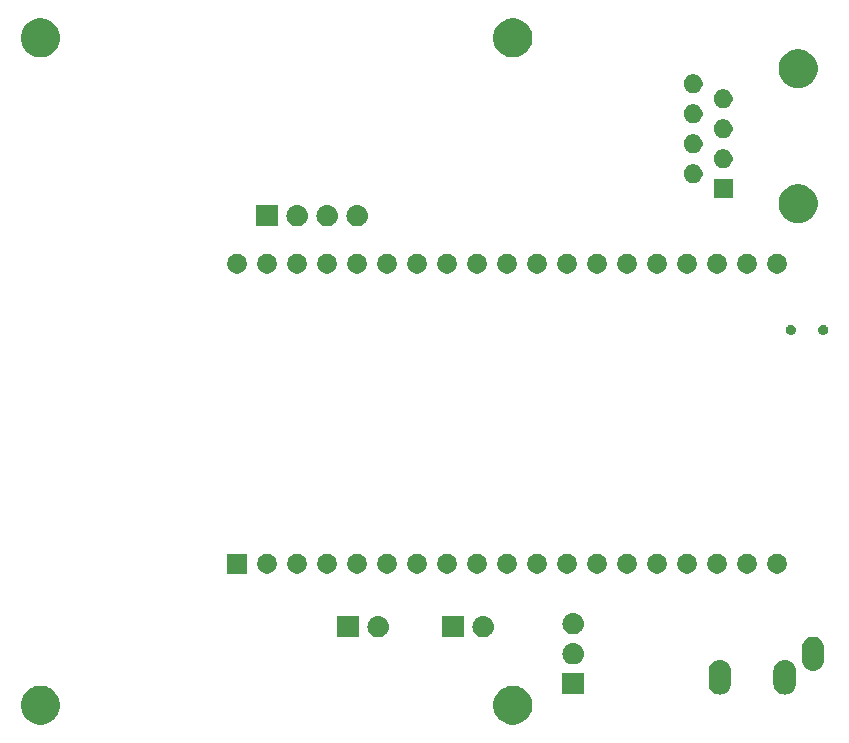
<source format=gbs>
G04 #@! TF.GenerationSoftware,KiCad,Pcbnew,5.1.2+dfsg1-1*
G04 #@! TF.CreationDate,2019-08-13T22:45:40+02:00*
G04 #@! TF.ProjectId,bt-trx-dev-board,62742d74-7278-42d6-9465-762d626f6172,2.0*
G04 #@! TF.SameCoordinates,Original*
G04 #@! TF.FileFunction,Soldermask,Bot*
G04 #@! TF.FilePolarity,Negative*
%FSLAX46Y46*%
G04 Gerber Fmt 4.6, Leading zero omitted, Abs format (unit mm)*
G04 Created by KiCad (PCBNEW 5.1.2+dfsg1-1) date 2019-08-13 22:45:40*
%MOMM*%
%LPD*%
G04 APERTURE LIST*
%ADD10C,0.100000*%
G04 APERTURE END LIST*
D10*
G36*
X171800256Y-125941298D02*
G01*
X171906579Y-125962447D01*
X172119037Y-126050450D01*
X172131695Y-126055693D01*
X172207042Y-126086903D01*
X172477451Y-126267585D01*
X172707415Y-126497549D01*
X172888097Y-126767958D01*
X173012553Y-127068421D01*
X173076000Y-127387391D01*
X173076000Y-127712609D01*
X173012553Y-128031579D01*
X172888097Y-128332042D01*
X172707415Y-128602451D01*
X172477451Y-128832415D01*
X172207042Y-129013097D01*
X171906579Y-129137553D01*
X171800256Y-129158702D01*
X171587611Y-129201000D01*
X171262389Y-129201000D01*
X171049744Y-129158702D01*
X170943421Y-129137553D01*
X170642958Y-129013097D01*
X170372549Y-128832415D01*
X170142585Y-128602451D01*
X169961903Y-128332042D01*
X169837447Y-128031579D01*
X169774000Y-127712609D01*
X169774000Y-127387391D01*
X169837447Y-127068421D01*
X169961903Y-126767958D01*
X170142585Y-126497549D01*
X170372549Y-126267585D01*
X170642958Y-126086903D01*
X170718306Y-126055693D01*
X170730963Y-126050450D01*
X170943421Y-125962447D01*
X171049744Y-125941298D01*
X171262389Y-125899000D01*
X171587611Y-125899000D01*
X171800256Y-125941298D01*
X171800256Y-125941298D01*
G37*
G36*
X131800256Y-125941298D02*
G01*
X131906579Y-125962447D01*
X132119037Y-126050450D01*
X132131695Y-126055693D01*
X132207042Y-126086903D01*
X132477451Y-126267585D01*
X132707415Y-126497549D01*
X132888097Y-126767958D01*
X133012553Y-127068421D01*
X133076000Y-127387391D01*
X133076000Y-127712609D01*
X133012553Y-128031579D01*
X132888097Y-128332042D01*
X132707415Y-128602451D01*
X132477451Y-128832415D01*
X132207042Y-129013097D01*
X131906579Y-129137553D01*
X131800256Y-129158702D01*
X131587611Y-129201000D01*
X131262389Y-129201000D01*
X131049744Y-129158702D01*
X130943421Y-129137553D01*
X130642958Y-129013097D01*
X130372549Y-128832415D01*
X130142585Y-128602451D01*
X129961903Y-128332042D01*
X129837447Y-128031579D01*
X129774000Y-127712609D01*
X129774000Y-127387391D01*
X129837447Y-127068421D01*
X129961903Y-126767958D01*
X130142585Y-126497549D01*
X130372549Y-126267585D01*
X130642958Y-126086903D01*
X130718306Y-126055693D01*
X130730963Y-126050450D01*
X130943421Y-125962447D01*
X131049744Y-125941298D01*
X131262389Y-125899000D01*
X131587611Y-125899000D01*
X131800256Y-125941298D01*
X131800256Y-125941298D01*
G37*
G36*
X189136425Y-123752760D02*
G01*
X189136428Y-123752761D01*
X189136429Y-123752761D01*
X189315693Y-123807140D01*
X189315696Y-123807142D01*
X189315697Y-123807142D01*
X189480903Y-123895446D01*
X189625712Y-124014288D01*
X189744554Y-124159097D01*
X189832858Y-124324303D01*
X189832860Y-124324307D01*
X189887239Y-124503571D01*
X189887240Y-124503575D01*
X189901000Y-124643282D01*
X189901000Y-125736718D01*
X189887240Y-125876425D01*
X189887239Y-125876428D01*
X189887239Y-125876429D01*
X189832860Y-126055693D01*
X189832858Y-126055696D01*
X189832858Y-126055697D01*
X189744554Y-126220903D01*
X189625712Y-126365712D01*
X189480903Y-126484554D01*
X189315696Y-126572858D01*
X189315692Y-126572860D01*
X189136428Y-126627239D01*
X189136427Y-126627239D01*
X189136424Y-126627240D01*
X188950000Y-126645601D01*
X188763575Y-126627240D01*
X188763572Y-126627239D01*
X188763571Y-126627239D01*
X188584307Y-126572860D01*
X188584303Y-126572858D01*
X188419097Y-126484554D01*
X188274288Y-126365712D01*
X188155446Y-126220903D01*
X188067142Y-126055696D01*
X188067141Y-126055693D01*
X188067140Y-126055692D01*
X188012761Y-125876428D01*
X188012761Y-125876427D01*
X188012760Y-125876424D01*
X187999000Y-125736717D01*
X187999000Y-124643282D01*
X188012760Y-124503570D01*
X188067140Y-124324308D01*
X188155447Y-124159097D01*
X188274289Y-124014288D01*
X188419098Y-123895446D01*
X188584304Y-123807142D01*
X188584305Y-123807142D01*
X188584308Y-123807140D01*
X188763572Y-123752761D01*
X188763573Y-123752761D01*
X188763576Y-123752760D01*
X188950000Y-123734399D01*
X189136425Y-123752760D01*
X189136425Y-123752760D01*
G37*
G36*
X194636425Y-123752760D02*
G01*
X194636428Y-123752761D01*
X194636429Y-123752761D01*
X194815693Y-123807140D01*
X194815696Y-123807142D01*
X194815697Y-123807142D01*
X194980903Y-123895446D01*
X195125712Y-124014288D01*
X195244554Y-124159097D01*
X195332858Y-124324303D01*
X195332860Y-124324307D01*
X195387239Y-124503571D01*
X195387240Y-124503575D01*
X195401000Y-124643282D01*
X195401000Y-125736718D01*
X195387240Y-125876425D01*
X195387239Y-125876428D01*
X195387239Y-125876429D01*
X195332860Y-126055693D01*
X195332858Y-126055696D01*
X195332858Y-126055697D01*
X195244554Y-126220903D01*
X195125712Y-126365712D01*
X194980903Y-126484554D01*
X194815696Y-126572858D01*
X194815692Y-126572860D01*
X194636428Y-126627239D01*
X194636427Y-126627239D01*
X194636424Y-126627240D01*
X194450000Y-126645601D01*
X194263575Y-126627240D01*
X194263572Y-126627239D01*
X194263571Y-126627239D01*
X194084307Y-126572860D01*
X194084303Y-126572858D01*
X193919097Y-126484554D01*
X193774288Y-126365712D01*
X193655446Y-126220903D01*
X193567142Y-126055696D01*
X193567141Y-126055693D01*
X193567140Y-126055692D01*
X193512761Y-125876428D01*
X193512761Y-125876427D01*
X193512760Y-125876424D01*
X193499000Y-125736717D01*
X193499000Y-124643282D01*
X193512760Y-124503570D01*
X193567140Y-124324308D01*
X193655447Y-124159097D01*
X193774289Y-124014288D01*
X193919098Y-123895446D01*
X194084304Y-123807142D01*
X194084305Y-123807142D01*
X194084308Y-123807140D01*
X194263572Y-123752761D01*
X194263573Y-123752761D01*
X194263576Y-123752760D01*
X194450000Y-123734399D01*
X194636425Y-123752760D01*
X194636425Y-123752760D01*
G37*
G36*
X177431000Y-126631000D02*
G01*
X175629000Y-126631000D01*
X175629000Y-124829000D01*
X177431000Y-124829000D01*
X177431000Y-126631000D01*
X177431000Y-126631000D01*
G37*
G36*
X197036425Y-121752760D02*
G01*
X197036428Y-121752761D01*
X197036429Y-121752761D01*
X197215693Y-121807140D01*
X197215696Y-121807142D01*
X197215697Y-121807142D01*
X197380903Y-121895446D01*
X197525712Y-122014288D01*
X197644554Y-122159097D01*
X197732858Y-122324303D01*
X197732860Y-122324307D01*
X197787239Y-122503571D01*
X197787240Y-122503575D01*
X197801000Y-122643282D01*
X197801000Y-123736718D01*
X197787240Y-123876425D01*
X197787239Y-123876428D01*
X197787239Y-123876429D01*
X197732860Y-124055693D01*
X197732858Y-124055696D01*
X197732858Y-124055697D01*
X197644554Y-124220903D01*
X197525712Y-124365712D01*
X197380903Y-124484554D01*
X197215696Y-124572858D01*
X197215692Y-124572860D01*
X197036428Y-124627239D01*
X197036427Y-124627239D01*
X197036424Y-124627240D01*
X196850000Y-124645601D01*
X196663575Y-124627240D01*
X196663572Y-124627239D01*
X196663571Y-124627239D01*
X196484307Y-124572860D01*
X196484303Y-124572858D01*
X196319097Y-124484554D01*
X196174288Y-124365712D01*
X196055446Y-124220903D01*
X195967142Y-124055696D01*
X195967141Y-124055693D01*
X195967140Y-124055692D01*
X195912761Y-123876428D01*
X195912761Y-123876427D01*
X195912760Y-123876424D01*
X195899000Y-123736717D01*
X195899000Y-122643282D01*
X195912760Y-122503570D01*
X195967140Y-122324308D01*
X196055447Y-122159097D01*
X196174289Y-122014288D01*
X196319098Y-121895446D01*
X196484304Y-121807142D01*
X196484305Y-121807142D01*
X196484308Y-121807140D01*
X196663572Y-121752761D01*
X196663573Y-121752761D01*
X196663576Y-121752760D01*
X196850000Y-121734399D01*
X197036425Y-121752760D01*
X197036425Y-121752760D01*
G37*
G36*
X176640443Y-122295519D02*
G01*
X176706627Y-122302037D01*
X176876466Y-122353557D01*
X177032991Y-122437222D01*
X177068729Y-122466552D01*
X177170186Y-122549814D01*
X177246892Y-122643282D01*
X177282778Y-122687009D01*
X177366443Y-122843534D01*
X177417963Y-123013373D01*
X177435359Y-123190000D01*
X177417963Y-123366627D01*
X177366443Y-123536466D01*
X177282778Y-123692991D01*
X177253448Y-123728729D01*
X177170186Y-123830186D01*
X177090665Y-123895446D01*
X177032991Y-123942778D01*
X176876466Y-124026443D01*
X176706627Y-124077963D01*
X176640442Y-124084482D01*
X176574260Y-124091000D01*
X176485740Y-124091000D01*
X176419558Y-124084482D01*
X176353373Y-124077963D01*
X176183534Y-124026443D01*
X176027009Y-123942778D01*
X175969335Y-123895446D01*
X175889814Y-123830186D01*
X175806552Y-123728729D01*
X175777222Y-123692991D01*
X175693557Y-123536466D01*
X175642037Y-123366627D01*
X175624641Y-123190000D01*
X175642037Y-123013373D01*
X175693557Y-122843534D01*
X175777222Y-122687009D01*
X175813108Y-122643282D01*
X175889814Y-122549814D01*
X175991271Y-122466552D01*
X176027009Y-122437222D01*
X176183534Y-122353557D01*
X176353373Y-122302037D01*
X176419557Y-122295519D01*
X176485740Y-122289000D01*
X176574260Y-122289000D01*
X176640443Y-122295519D01*
X176640443Y-122295519D01*
G37*
G36*
X169020443Y-120009519D02*
G01*
X169086627Y-120016037D01*
X169256466Y-120067557D01*
X169412991Y-120151222D01*
X169448729Y-120180552D01*
X169550186Y-120263814D01*
X169633448Y-120365271D01*
X169662778Y-120401009D01*
X169746443Y-120557534D01*
X169797963Y-120727373D01*
X169815359Y-120904000D01*
X169797963Y-121080627D01*
X169746443Y-121250466D01*
X169662778Y-121406991D01*
X169633448Y-121442729D01*
X169550186Y-121544186D01*
X169448729Y-121627448D01*
X169412991Y-121656778D01*
X169412989Y-121656779D01*
X169267774Y-121734399D01*
X169256466Y-121740443D01*
X169086627Y-121791963D01*
X169020442Y-121798482D01*
X168954260Y-121805000D01*
X168865740Y-121805000D01*
X168799558Y-121798482D01*
X168733373Y-121791963D01*
X168563534Y-121740443D01*
X168552227Y-121734399D01*
X168407011Y-121656779D01*
X168407009Y-121656778D01*
X168371271Y-121627448D01*
X168269814Y-121544186D01*
X168186552Y-121442729D01*
X168157222Y-121406991D01*
X168073557Y-121250466D01*
X168022037Y-121080627D01*
X168004641Y-120904000D01*
X168022037Y-120727373D01*
X168073557Y-120557534D01*
X168157222Y-120401009D01*
X168186552Y-120365271D01*
X168269814Y-120263814D01*
X168371271Y-120180552D01*
X168407009Y-120151222D01*
X168563534Y-120067557D01*
X168733373Y-120016037D01*
X168799557Y-120009519D01*
X168865740Y-120003000D01*
X168954260Y-120003000D01*
X169020443Y-120009519D01*
X169020443Y-120009519D01*
G37*
G36*
X167271000Y-121805000D02*
G01*
X165469000Y-121805000D01*
X165469000Y-120003000D01*
X167271000Y-120003000D01*
X167271000Y-121805000D01*
X167271000Y-121805000D01*
G37*
G36*
X160130443Y-120009519D02*
G01*
X160196627Y-120016037D01*
X160366466Y-120067557D01*
X160522991Y-120151222D01*
X160558729Y-120180552D01*
X160660186Y-120263814D01*
X160743448Y-120365271D01*
X160772778Y-120401009D01*
X160856443Y-120557534D01*
X160907963Y-120727373D01*
X160925359Y-120904000D01*
X160907963Y-121080627D01*
X160856443Y-121250466D01*
X160772778Y-121406991D01*
X160743448Y-121442729D01*
X160660186Y-121544186D01*
X160558729Y-121627448D01*
X160522991Y-121656778D01*
X160522989Y-121656779D01*
X160377774Y-121734399D01*
X160366466Y-121740443D01*
X160196627Y-121791963D01*
X160130442Y-121798482D01*
X160064260Y-121805000D01*
X159975740Y-121805000D01*
X159909558Y-121798482D01*
X159843373Y-121791963D01*
X159673534Y-121740443D01*
X159662227Y-121734399D01*
X159517011Y-121656779D01*
X159517009Y-121656778D01*
X159481271Y-121627448D01*
X159379814Y-121544186D01*
X159296552Y-121442729D01*
X159267222Y-121406991D01*
X159183557Y-121250466D01*
X159132037Y-121080627D01*
X159114641Y-120904000D01*
X159132037Y-120727373D01*
X159183557Y-120557534D01*
X159267222Y-120401009D01*
X159296552Y-120365271D01*
X159379814Y-120263814D01*
X159481271Y-120180552D01*
X159517009Y-120151222D01*
X159673534Y-120067557D01*
X159843373Y-120016037D01*
X159909557Y-120009519D01*
X159975740Y-120003000D01*
X160064260Y-120003000D01*
X160130443Y-120009519D01*
X160130443Y-120009519D01*
G37*
G36*
X158381000Y-121805000D02*
G01*
X156579000Y-121805000D01*
X156579000Y-120003000D01*
X158381000Y-120003000D01*
X158381000Y-121805000D01*
X158381000Y-121805000D01*
G37*
G36*
X176640442Y-119755518D02*
G01*
X176706627Y-119762037D01*
X176876466Y-119813557D01*
X177032991Y-119897222D01*
X177068729Y-119926552D01*
X177170186Y-120009814D01*
X177253448Y-120111271D01*
X177282778Y-120147009D01*
X177366443Y-120303534D01*
X177417963Y-120473373D01*
X177435359Y-120650000D01*
X177417963Y-120826627D01*
X177366443Y-120996466D01*
X177282778Y-121152991D01*
X177253448Y-121188729D01*
X177170186Y-121290186D01*
X177068729Y-121373448D01*
X177032991Y-121402778D01*
X176876466Y-121486443D01*
X176706627Y-121537963D01*
X176643453Y-121544185D01*
X176574260Y-121551000D01*
X176485740Y-121551000D01*
X176416547Y-121544185D01*
X176353373Y-121537963D01*
X176183534Y-121486443D01*
X176027009Y-121402778D01*
X175991271Y-121373448D01*
X175889814Y-121290186D01*
X175806552Y-121188729D01*
X175777222Y-121152991D01*
X175693557Y-120996466D01*
X175642037Y-120826627D01*
X175624641Y-120650000D01*
X175642037Y-120473373D01*
X175693557Y-120303534D01*
X175777222Y-120147009D01*
X175806552Y-120111271D01*
X175889814Y-120009814D01*
X175991271Y-119926552D01*
X176027009Y-119897222D01*
X176183534Y-119813557D01*
X176353373Y-119762037D01*
X176419558Y-119755518D01*
X176485740Y-119749000D01*
X176574260Y-119749000D01*
X176640442Y-119755518D01*
X176640442Y-119755518D01*
G37*
G36*
X181344394Y-114770934D02*
G01*
X181495624Y-114833576D01*
X181495626Y-114833577D01*
X181631732Y-114924520D01*
X181747480Y-115040268D01*
X181838423Y-115176374D01*
X181838424Y-115176376D01*
X181901066Y-115327606D01*
X181933000Y-115488152D01*
X181933000Y-115651848D01*
X181901066Y-115812394D01*
X181838424Y-115963624D01*
X181838423Y-115963626D01*
X181747480Y-116099732D01*
X181631732Y-116215480D01*
X181495626Y-116306423D01*
X181495625Y-116306424D01*
X181495624Y-116306424D01*
X181344394Y-116369066D01*
X181183848Y-116401000D01*
X181020152Y-116401000D01*
X180859606Y-116369066D01*
X180708376Y-116306424D01*
X180708375Y-116306424D01*
X180708374Y-116306423D01*
X180572268Y-116215480D01*
X180456520Y-116099732D01*
X180365577Y-115963626D01*
X180365576Y-115963624D01*
X180302934Y-115812394D01*
X180271000Y-115651848D01*
X180271000Y-115488152D01*
X180302934Y-115327606D01*
X180365576Y-115176376D01*
X180365577Y-115176374D01*
X180456520Y-115040268D01*
X180572268Y-114924520D01*
X180708374Y-114833577D01*
X180708376Y-114833576D01*
X180859606Y-114770934D01*
X181020152Y-114739000D01*
X181183848Y-114739000D01*
X181344394Y-114770934D01*
X181344394Y-114770934D01*
G37*
G36*
X158484394Y-114770934D02*
G01*
X158635624Y-114833576D01*
X158635626Y-114833577D01*
X158771732Y-114924520D01*
X158887480Y-115040268D01*
X158978423Y-115176374D01*
X158978424Y-115176376D01*
X159041066Y-115327606D01*
X159073000Y-115488152D01*
X159073000Y-115651848D01*
X159041066Y-115812394D01*
X158978424Y-115963624D01*
X158978423Y-115963626D01*
X158887480Y-116099732D01*
X158771732Y-116215480D01*
X158635626Y-116306423D01*
X158635625Y-116306424D01*
X158635624Y-116306424D01*
X158484394Y-116369066D01*
X158323848Y-116401000D01*
X158160152Y-116401000D01*
X157999606Y-116369066D01*
X157848376Y-116306424D01*
X157848375Y-116306424D01*
X157848374Y-116306423D01*
X157712268Y-116215480D01*
X157596520Y-116099732D01*
X157505577Y-115963626D01*
X157505576Y-115963624D01*
X157442934Y-115812394D01*
X157411000Y-115651848D01*
X157411000Y-115488152D01*
X157442934Y-115327606D01*
X157505576Y-115176376D01*
X157505577Y-115176374D01*
X157596520Y-115040268D01*
X157712268Y-114924520D01*
X157848374Y-114833577D01*
X157848376Y-114833576D01*
X157999606Y-114770934D01*
X158160152Y-114739000D01*
X158323848Y-114739000D01*
X158484394Y-114770934D01*
X158484394Y-114770934D01*
G37*
G36*
X161024394Y-114770934D02*
G01*
X161175624Y-114833576D01*
X161175626Y-114833577D01*
X161311732Y-114924520D01*
X161427480Y-115040268D01*
X161518423Y-115176374D01*
X161518424Y-115176376D01*
X161581066Y-115327606D01*
X161613000Y-115488152D01*
X161613000Y-115651848D01*
X161581066Y-115812394D01*
X161518424Y-115963624D01*
X161518423Y-115963626D01*
X161427480Y-116099732D01*
X161311732Y-116215480D01*
X161175626Y-116306423D01*
X161175625Y-116306424D01*
X161175624Y-116306424D01*
X161024394Y-116369066D01*
X160863848Y-116401000D01*
X160700152Y-116401000D01*
X160539606Y-116369066D01*
X160388376Y-116306424D01*
X160388375Y-116306424D01*
X160388374Y-116306423D01*
X160252268Y-116215480D01*
X160136520Y-116099732D01*
X160045577Y-115963626D01*
X160045576Y-115963624D01*
X159982934Y-115812394D01*
X159951000Y-115651848D01*
X159951000Y-115488152D01*
X159982934Y-115327606D01*
X160045576Y-115176376D01*
X160045577Y-115176374D01*
X160136520Y-115040268D01*
X160252268Y-114924520D01*
X160388374Y-114833577D01*
X160388376Y-114833576D01*
X160539606Y-114770934D01*
X160700152Y-114739000D01*
X160863848Y-114739000D01*
X161024394Y-114770934D01*
X161024394Y-114770934D01*
G37*
G36*
X163564394Y-114770934D02*
G01*
X163715624Y-114833576D01*
X163715626Y-114833577D01*
X163851732Y-114924520D01*
X163967480Y-115040268D01*
X164058423Y-115176374D01*
X164058424Y-115176376D01*
X164121066Y-115327606D01*
X164153000Y-115488152D01*
X164153000Y-115651848D01*
X164121066Y-115812394D01*
X164058424Y-115963624D01*
X164058423Y-115963626D01*
X163967480Y-116099732D01*
X163851732Y-116215480D01*
X163715626Y-116306423D01*
X163715625Y-116306424D01*
X163715624Y-116306424D01*
X163564394Y-116369066D01*
X163403848Y-116401000D01*
X163240152Y-116401000D01*
X163079606Y-116369066D01*
X162928376Y-116306424D01*
X162928375Y-116306424D01*
X162928374Y-116306423D01*
X162792268Y-116215480D01*
X162676520Y-116099732D01*
X162585577Y-115963626D01*
X162585576Y-115963624D01*
X162522934Y-115812394D01*
X162491000Y-115651848D01*
X162491000Y-115488152D01*
X162522934Y-115327606D01*
X162585576Y-115176376D01*
X162585577Y-115176374D01*
X162676520Y-115040268D01*
X162792268Y-114924520D01*
X162928374Y-114833577D01*
X162928376Y-114833576D01*
X163079606Y-114770934D01*
X163240152Y-114739000D01*
X163403848Y-114739000D01*
X163564394Y-114770934D01*
X163564394Y-114770934D01*
G37*
G36*
X166104394Y-114770934D02*
G01*
X166255624Y-114833576D01*
X166255626Y-114833577D01*
X166391732Y-114924520D01*
X166507480Y-115040268D01*
X166598423Y-115176374D01*
X166598424Y-115176376D01*
X166661066Y-115327606D01*
X166693000Y-115488152D01*
X166693000Y-115651848D01*
X166661066Y-115812394D01*
X166598424Y-115963624D01*
X166598423Y-115963626D01*
X166507480Y-116099732D01*
X166391732Y-116215480D01*
X166255626Y-116306423D01*
X166255625Y-116306424D01*
X166255624Y-116306424D01*
X166104394Y-116369066D01*
X165943848Y-116401000D01*
X165780152Y-116401000D01*
X165619606Y-116369066D01*
X165468376Y-116306424D01*
X165468375Y-116306424D01*
X165468374Y-116306423D01*
X165332268Y-116215480D01*
X165216520Y-116099732D01*
X165125577Y-115963626D01*
X165125576Y-115963624D01*
X165062934Y-115812394D01*
X165031000Y-115651848D01*
X165031000Y-115488152D01*
X165062934Y-115327606D01*
X165125576Y-115176376D01*
X165125577Y-115176374D01*
X165216520Y-115040268D01*
X165332268Y-114924520D01*
X165468374Y-114833577D01*
X165468376Y-114833576D01*
X165619606Y-114770934D01*
X165780152Y-114739000D01*
X165943848Y-114739000D01*
X166104394Y-114770934D01*
X166104394Y-114770934D01*
G37*
G36*
X168644394Y-114770934D02*
G01*
X168795624Y-114833576D01*
X168795626Y-114833577D01*
X168931732Y-114924520D01*
X169047480Y-115040268D01*
X169138423Y-115176374D01*
X169138424Y-115176376D01*
X169201066Y-115327606D01*
X169233000Y-115488152D01*
X169233000Y-115651848D01*
X169201066Y-115812394D01*
X169138424Y-115963624D01*
X169138423Y-115963626D01*
X169047480Y-116099732D01*
X168931732Y-116215480D01*
X168795626Y-116306423D01*
X168795625Y-116306424D01*
X168795624Y-116306424D01*
X168644394Y-116369066D01*
X168483848Y-116401000D01*
X168320152Y-116401000D01*
X168159606Y-116369066D01*
X168008376Y-116306424D01*
X168008375Y-116306424D01*
X168008374Y-116306423D01*
X167872268Y-116215480D01*
X167756520Y-116099732D01*
X167665577Y-115963626D01*
X167665576Y-115963624D01*
X167602934Y-115812394D01*
X167571000Y-115651848D01*
X167571000Y-115488152D01*
X167602934Y-115327606D01*
X167665576Y-115176376D01*
X167665577Y-115176374D01*
X167756520Y-115040268D01*
X167872268Y-114924520D01*
X168008374Y-114833577D01*
X168008376Y-114833576D01*
X168159606Y-114770934D01*
X168320152Y-114739000D01*
X168483848Y-114739000D01*
X168644394Y-114770934D01*
X168644394Y-114770934D01*
G37*
G36*
X171184394Y-114770934D02*
G01*
X171335624Y-114833576D01*
X171335626Y-114833577D01*
X171471732Y-114924520D01*
X171587480Y-115040268D01*
X171678423Y-115176374D01*
X171678424Y-115176376D01*
X171741066Y-115327606D01*
X171773000Y-115488152D01*
X171773000Y-115651848D01*
X171741066Y-115812394D01*
X171678424Y-115963624D01*
X171678423Y-115963626D01*
X171587480Y-116099732D01*
X171471732Y-116215480D01*
X171335626Y-116306423D01*
X171335625Y-116306424D01*
X171335624Y-116306424D01*
X171184394Y-116369066D01*
X171023848Y-116401000D01*
X170860152Y-116401000D01*
X170699606Y-116369066D01*
X170548376Y-116306424D01*
X170548375Y-116306424D01*
X170548374Y-116306423D01*
X170412268Y-116215480D01*
X170296520Y-116099732D01*
X170205577Y-115963626D01*
X170205576Y-115963624D01*
X170142934Y-115812394D01*
X170111000Y-115651848D01*
X170111000Y-115488152D01*
X170142934Y-115327606D01*
X170205576Y-115176376D01*
X170205577Y-115176374D01*
X170296520Y-115040268D01*
X170412268Y-114924520D01*
X170548374Y-114833577D01*
X170548376Y-114833576D01*
X170699606Y-114770934D01*
X170860152Y-114739000D01*
X171023848Y-114739000D01*
X171184394Y-114770934D01*
X171184394Y-114770934D01*
G37*
G36*
X173724394Y-114770934D02*
G01*
X173875624Y-114833576D01*
X173875626Y-114833577D01*
X174011732Y-114924520D01*
X174127480Y-115040268D01*
X174218423Y-115176374D01*
X174218424Y-115176376D01*
X174281066Y-115327606D01*
X174313000Y-115488152D01*
X174313000Y-115651848D01*
X174281066Y-115812394D01*
X174218424Y-115963624D01*
X174218423Y-115963626D01*
X174127480Y-116099732D01*
X174011732Y-116215480D01*
X173875626Y-116306423D01*
X173875625Y-116306424D01*
X173875624Y-116306424D01*
X173724394Y-116369066D01*
X173563848Y-116401000D01*
X173400152Y-116401000D01*
X173239606Y-116369066D01*
X173088376Y-116306424D01*
X173088375Y-116306424D01*
X173088374Y-116306423D01*
X172952268Y-116215480D01*
X172836520Y-116099732D01*
X172745577Y-115963626D01*
X172745576Y-115963624D01*
X172682934Y-115812394D01*
X172651000Y-115651848D01*
X172651000Y-115488152D01*
X172682934Y-115327606D01*
X172745576Y-115176376D01*
X172745577Y-115176374D01*
X172836520Y-115040268D01*
X172952268Y-114924520D01*
X173088374Y-114833577D01*
X173088376Y-114833576D01*
X173239606Y-114770934D01*
X173400152Y-114739000D01*
X173563848Y-114739000D01*
X173724394Y-114770934D01*
X173724394Y-114770934D01*
G37*
G36*
X176264394Y-114770934D02*
G01*
X176415624Y-114833576D01*
X176415626Y-114833577D01*
X176551732Y-114924520D01*
X176667480Y-115040268D01*
X176758423Y-115176374D01*
X176758424Y-115176376D01*
X176821066Y-115327606D01*
X176853000Y-115488152D01*
X176853000Y-115651848D01*
X176821066Y-115812394D01*
X176758424Y-115963624D01*
X176758423Y-115963626D01*
X176667480Y-116099732D01*
X176551732Y-116215480D01*
X176415626Y-116306423D01*
X176415625Y-116306424D01*
X176415624Y-116306424D01*
X176264394Y-116369066D01*
X176103848Y-116401000D01*
X175940152Y-116401000D01*
X175779606Y-116369066D01*
X175628376Y-116306424D01*
X175628375Y-116306424D01*
X175628374Y-116306423D01*
X175492268Y-116215480D01*
X175376520Y-116099732D01*
X175285577Y-115963626D01*
X175285576Y-115963624D01*
X175222934Y-115812394D01*
X175191000Y-115651848D01*
X175191000Y-115488152D01*
X175222934Y-115327606D01*
X175285576Y-115176376D01*
X175285577Y-115176374D01*
X175376520Y-115040268D01*
X175492268Y-114924520D01*
X175628374Y-114833577D01*
X175628376Y-114833576D01*
X175779606Y-114770934D01*
X175940152Y-114739000D01*
X176103848Y-114739000D01*
X176264394Y-114770934D01*
X176264394Y-114770934D01*
G37*
G36*
X178804394Y-114770934D02*
G01*
X178955624Y-114833576D01*
X178955626Y-114833577D01*
X179091732Y-114924520D01*
X179207480Y-115040268D01*
X179298423Y-115176374D01*
X179298424Y-115176376D01*
X179361066Y-115327606D01*
X179393000Y-115488152D01*
X179393000Y-115651848D01*
X179361066Y-115812394D01*
X179298424Y-115963624D01*
X179298423Y-115963626D01*
X179207480Y-116099732D01*
X179091732Y-116215480D01*
X178955626Y-116306423D01*
X178955625Y-116306424D01*
X178955624Y-116306424D01*
X178804394Y-116369066D01*
X178643848Y-116401000D01*
X178480152Y-116401000D01*
X178319606Y-116369066D01*
X178168376Y-116306424D01*
X178168375Y-116306424D01*
X178168374Y-116306423D01*
X178032268Y-116215480D01*
X177916520Y-116099732D01*
X177825577Y-115963626D01*
X177825576Y-115963624D01*
X177762934Y-115812394D01*
X177731000Y-115651848D01*
X177731000Y-115488152D01*
X177762934Y-115327606D01*
X177825576Y-115176376D01*
X177825577Y-115176374D01*
X177916520Y-115040268D01*
X178032268Y-114924520D01*
X178168374Y-114833577D01*
X178168376Y-114833576D01*
X178319606Y-114770934D01*
X178480152Y-114739000D01*
X178643848Y-114739000D01*
X178804394Y-114770934D01*
X178804394Y-114770934D01*
G37*
G36*
X183884394Y-114770934D02*
G01*
X184035624Y-114833576D01*
X184035626Y-114833577D01*
X184171732Y-114924520D01*
X184287480Y-115040268D01*
X184378423Y-115176374D01*
X184378424Y-115176376D01*
X184441066Y-115327606D01*
X184473000Y-115488152D01*
X184473000Y-115651848D01*
X184441066Y-115812394D01*
X184378424Y-115963624D01*
X184378423Y-115963626D01*
X184287480Y-116099732D01*
X184171732Y-116215480D01*
X184035626Y-116306423D01*
X184035625Y-116306424D01*
X184035624Y-116306424D01*
X183884394Y-116369066D01*
X183723848Y-116401000D01*
X183560152Y-116401000D01*
X183399606Y-116369066D01*
X183248376Y-116306424D01*
X183248375Y-116306424D01*
X183248374Y-116306423D01*
X183112268Y-116215480D01*
X182996520Y-116099732D01*
X182905577Y-115963626D01*
X182905576Y-115963624D01*
X182842934Y-115812394D01*
X182811000Y-115651848D01*
X182811000Y-115488152D01*
X182842934Y-115327606D01*
X182905576Y-115176376D01*
X182905577Y-115176374D01*
X182996520Y-115040268D01*
X183112268Y-114924520D01*
X183248374Y-114833577D01*
X183248376Y-114833576D01*
X183399606Y-114770934D01*
X183560152Y-114739000D01*
X183723848Y-114739000D01*
X183884394Y-114770934D01*
X183884394Y-114770934D01*
G37*
G36*
X186424394Y-114770934D02*
G01*
X186575624Y-114833576D01*
X186575626Y-114833577D01*
X186711732Y-114924520D01*
X186827480Y-115040268D01*
X186918423Y-115176374D01*
X186918424Y-115176376D01*
X186981066Y-115327606D01*
X187013000Y-115488152D01*
X187013000Y-115651848D01*
X186981066Y-115812394D01*
X186918424Y-115963624D01*
X186918423Y-115963626D01*
X186827480Y-116099732D01*
X186711732Y-116215480D01*
X186575626Y-116306423D01*
X186575625Y-116306424D01*
X186575624Y-116306424D01*
X186424394Y-116369066D01*
X186263848Y-116401000D01*
X186100152Y-116401000D01*
X185939606Y-116369066D01*
X185788376Y-116306424D01*
X185788375Y-116306424D01*
X185788374Y-116306423D01*
X185652268Y-116215480D01*
X185536520Y-116099732D01*
X185445577Y-115963626D01*
X185445576Y-115963624D01*
X185382934Y-115812394D01*
X185351000Y-115651848D01*
X185351000Y-115488152D01*
X185382934Y-115327606D01*
X185445576Y-115176376D01*
X185445577Y-115176374D01*
X185536520Y-115040268D01*
X185652268Y-114924520D01*
X185788374Y-114833577D01*
X185788376Y-114833576D01*
X185939606Y-114770934D01*
X186100152Y-114739000D01*
X186263848Y-114739000D01*
X186424394Y-114770934D01*
X186424394Y-114770934D01*
G37*
G36*
X188964394Y-114770934D02*
G01*
X189115624Y-114833576D01*
X189115626Y-114833577D01*
X189251732Y-114924520D01*
X189367480Y-115040268D01*
X189458423Y-115176374D01*
X189458424Y-115176376D01*
X189521066Y-115327606D01*
X189553000Y-115488152D01*
X189553000Y-115651848D01*
X189521066Y-115812394D01*
X189458424Y-115963624D01*
X189458423Y-115963626D01*
X189367480Y-116099732D01*
X189251732Y-116215480D01*
X189115626Y-116306423D01*
X189115625Y-116306424D01*
X189115624Y-116306424D01*
X188964394Y-116369066D01*
X188803848Y-116401000D01*
X188640152Y-116401000D01*
X188479606Y-116369066D01*
X188328376Y-116306424D01*
X188328375Y-116306424D01*
X188328374Y-116306423D01*
X188192268Y-116215480D01*
X188076520Y-116099732D01*
X187985577Y-115963626D01*
X187985576Y-115963624D01*
X187922934Y-115812394D01*
X187891000Y-115651848D01*
X187891000Y-115488152D01*
X187922934Y-115327606D01*
X187985576Y-115176376D01*
X187985577Y-115176374D01*
X188076520Y-115040268D01*
X188192268Y-114924520D01*
X188328374Y-114833577D01*
X188328376Y-114833576D01*
X188479606Y-114770934D01*
X188640152Y-114739000D01*
X188803848Y-114739000D01*
X188964394Y-114770934D01*
X188964394Y-114770934D01*
G37*
G36*
X191504394Y-114770934D02*
G01*
X191655624Y-114833576D01*
X191655626Y-114833577D01*
X191791732Y-114924520D01*
X191907480Y-115040268D01*
X191998423Y-115176374D01*
X191998424Y-115176376D01*
X192061066Y-115327606D01*
X192093000Y-115488152D01*
X192093000Y-115651848D01*
X192061066Y-115812394D01*
X191998424Y-115963624D01*
X191998423Y-115963626D01*
X191907480Y-116099732D01*
X191791732Y-116215480D01*
X191655626Y-116306423D01*
X191655625Y-116306424D01*
X191655624Y-116306424D01*
X191504394Y-116369066D01*
X191343848Y-116401000D01*
X191180152Y-116401000D01*
X191019606Y-116369066D01*
X190868376Y-116306424D01*
X190868375Y-116306424D01*
X190868374Y-116306423D01*
X190732268Y-116215480D01*
X190616520Y-116099732D01*
X190525577Y-115963626D01*
X190525576Y-115963624D01*
X190462934Y-115812394D01*
X190431000Y-115651848D01*
X190431000Y-115488152D01*
X190462934Y-115327606D01*
X190525576Y-115176376D01*
X190525577Y-115176374D01*
X190616520Y-115040268D01*
X190732268Y-114924520D01*
X190868374Y-114833577D01*
X190868376Y-114833576D01*
X191019606Y-114770934D01*
X191180152Y-114739000D01*
X191343848Y-114739000D01*
X191504394Y-114770934D01*
X191504394Y-114770934D01*
G37*
G36*
X153404394Y-114770934D02*
G01*
X153555624Y-114833576D01*
X153555626Y-114833577D01*
X153691732Y-114924520D01*
X153807480Y-115040268D01*
X153898423Y-115176374D01*
X153898424Y-115176376D01*
X153961066Y-115327606D01*
X153993000Y-115488152D01*
X153993000Y-115651848D01*
X153961066Y-115812394D01*
X153898424Y-115963624D01*
X153898423Y-115963626D01*
X153807480Y-116099732D01*
X153691732Y-116215480D01*
X153555626Y-116306423D01*
X153555625Y-116306424D01*
X153555624Y-116306424D01*
X153404394Y-116369066D01*
X153243848Y-116401000D01*
X153080152Y-116401000D01*
X152919606Y-116369066D01*
X152768376Y-116306424D01*
X152768375Y-116306424D01*
X152768374Y-116306423D01*
X152632268Y-116215480D01*
X152516520Y-116099732D01*
X152425577Y-115963626D01*
X152425576Y-115963624D01*
X152362934Y-115812394D01*
X152331000Y-115651848D01*
X152331000Y-115488152D01*
X152362934Y-115327606D01*
X152425576Y-115176376D01*
X152425577Y-115176374D01*
X152516520Y-115040268D01*
X152632268Y-114924520D01*
X152768374Y-114833577D01*
X152768376Y-114833576D01*
X152919606Y-114770934D01*
X153080152Y-114739000D01*
X153243848Y-114739000D01*
X153404394Y-114770934D01*
X153404394Y-114770934D01*
G37*
G36*
X155944394Y-114770934D02*
G01*
X156095624Y-114833576D01*
X156095626Y-114833577D01*
X156231732Y-114924520D01*
X156347480Y-115040268D01*
X156438423Y-115176374D01*
X156438424Y-115176376D01*
X156501066Y-115327606D01*
X156533000Y-115488152D01*
X156533000Y-115651848D01*
X156501066Y-115812394D01*
X156438424Y-115963624D01*
X156438423Y-115963626D01*
X156347480Y-116099732D01*
X156231732Y-116215480D01*
X156095626Y-116306423D01*
X156095625Y-116306424D01*
X156095624Y-116306424D01*
X155944394Y-116369066D01*
X155783848Y-116401000D01*
X155620152Y-116401000D01*
X155459606Y-116369066D01*
X155308376Y-116306424D01*
X155308375Y-116306424D01*
X155308374Y-116306423D01*
X155172268Y-116215480D01*
X155056520Y-116099732D01*
X154965577Y-115963626D01*
X154965576Y-115963624D01*
X154902934Y-115812394D01*
X154871000Y-115651848D01*
X154871000Y-115488152D01*
X154902934Y-115327606D01*
X154965576Y-115176376D01*
X154965577Y-115176374D01*
X155056520Y-115040268D01*
X155172268Y-114924520D01*
X155308374Y-114833577D01*
X155308376Y-114833576D01*
X155459606Y-114770934D01*
X155620152Y-114739000D01*
X155783848Y-114739000D01*
X155944394Y-114770934D01*
X155944394Y-114770934D01*
G37*
G36*
X150864394Y-114770934D02*
G01*
X151015624Y-114833576D01*
X151015626Y-114833577D01*
X151151732Y-114924520D01*
X151267480Y-115040268D01*
X151358423Y-115176374D01*
X151358424Y-115176376D01*
X151421066Y-115327606D01*
X151453000Y-115488152D01*
X151453000Y-115651848D01*
X151421066Y-115812394D01*
X151358424Y-115963624D01*
X151358423Y-115963626D01*
X151267480Y-116099732D01*
X151151732Y-116215480D01*
X151015626Y-116306423D01*
X151015625Y-116306424D01*
X151015624Y-116306424D01*
X150864394Y-116369066D01*
X150703848Y-116401000D01*
X150540152Y-116401000D01*
X150379606Y-116369066D01*
X150228376Y-116306424D01*
X150228375Y-116306424D01*
X150228374Y-116306423D01*
X150092268Y-116215480D01*
X149976520Y-116099732D01*
X149885577Y-115963626D01*
X149885576Y-115963624D01*
X149822934Y-115812394D01*
X149791000Y-115651848D01*
X149791000Y-115488152D01*
X149822934Y-115327606D01*
X149885576Y-115176376D01*
X149885577Y-115176374D01*
X149976520Y-115040268D01*
X150092268Y-114924520D01*
X150228374Y-114833577D01*
X150228376Y-114833576D01*
X150379606Y-114770934D01*
X150540152Y-114739000D01*
X150703848Y-114739000D01*
X150864394Y-114770934D01*
X150864394Y-114770934D01*
G37*
G36*
X148913000Y-116401000D02*
G01*
X147251000Y-116401000D01*
X147251000Y-114739000D01*
X148913000Y-114739000D01*
X148913000Y-116401000D01*
X148913000Y-116401000D01*
G37*
G36*
X194044394Y-114770934D02*
G01*
X194195624Y-114833576D01*
X194195626Y-114833577D01*
X194331732Y-114924520D01*
X194447480Y-115040268D01*
X194538423Y-115176374D01*
X194538424Y-115176376D01*
X194601066Y-115327606D01*
X194633000Y-115488152D01*
X194633000Y-115651848D01*
X194601066Y-115812394D01*
X194538424Y-115963624D01*
X194538423Y-115963626D01*
X194447480Y-116099732D01*
X194331732Y-116215480D01*
X194195626Y-116306423D01*
X194195625Y-116306424D01*
X194195624Y-116306424D01*
X194044394Y-116369066D01*
X193883848Y-116401000D01*
X193720152Y-116401000D01*
X193559606Y-116369066D01*
X193408376Y-116306424D01*
X193408375Y-116306424D01*
X193408374Y-116306423D01*
X193272268Y-116215480D01*
X193156520Y-116099732D01*
X193065577Y-115963626D01*
X193065576Y-115963624D01*
X193002934Y-115812394D01*
X192971000Y-115651848D01*
X192971000Y-115488152D01*
X193002934Y-115327606D01*
X193065576Y-115176376D01*
X193065577Y-115176374D01*
X193156520Y-115040268D01*
X193272268Y-114924520D01*
X193408374Y-114833577D01*
X193408376Y-114833576D01*
X193559606Y-114770934D01*
X193720152Y-114739000D01*
X193883848Y-114739000D01*
X194044394Y-114770934D01*
X194044394Y-114770934D01*
G37*
G36*
X197841260Y-95348371D02*
G01*
X197875071Y-95362376D01*
X197918784Y-95380482D01*
X197918787Y-95380484D01*
X197988559Y-95427104D01*
X198047896Y-95486441D01*
X198047897Y-95486443D01*
X198094518Y-95556216D01*
X198112624Y-95599929D01*
X198126629Y-95633740D01*
X198143000Y-95716043D01*
X198143000Y-95799957D01*
X198126629Y-95882260D01*
X198112624Y-95916071D01*
X198094518Y-95959784D01*
X198094516Y-95959787D01*
X198047896Y-96029559D01*
X197988559Y-96088896D01*
X197918787Y-96135516D01*
X197918784Y-96135518D01*
X197875071Y-96153624D01*
X197841260Y-96167629D01*
X197758957Y-96184000D01*
X197675043Y-96184000D01*
X197592740Y-96167629D01*
X197558929Y-96153624D01*
X197515216Y-96135518D01*
X197515213Y-96135516D01*
X197445441Y-96088896D01*
X197386104Y-96029559D01*
X197339484Y-95959787D01*
X197339482Y-95959784D01*
X197321376Y-95916071D01*
X197307371Y-95882260D01*
X197291000Y-95799957D01*
X197291000Y-95716043D01*
X197307371Y-95633740D01*
X197321376Y-95599929D01*
X197339482Y-95556216D01*
X197386103Y-95486443D01*
X197386104Y-95486441D01*
X197445441Y-95427104D01*
X197515213Y-95380484D01*
X197515216Y-95380482D01*
X197558929Y-95362376D01*
X197592740Y-95348371D01*
X197675043Y-95332000D01*
X197758957Y-95332000D01*
X197841260Y-95348371D01*
X197841260Y-95348371D01*
G37*
G36*
X195091260Y-95348371D02*
G01*
X195125071Y-95362376D01*
X195168784Y-95380482D01*
X195168787Y-95380484D01*
X195238559Y-95427104D01*
X195297896Y-95486441D01*
X195297897Y-95486443D01*
X195344518Y-95556216D01*
X195362624Y-95599929D01*
X195376629Y-95633740D01*
X195393000Y-95716043D01*
X195393000Y-95799957D01*
X195376629Y-95882260D01*
X195362624Y-95916071D01*
X195344518Y-95959784D01*
X195344516Y-95959787D01*
X195297896Y-96029559D01*
X195238559Y-96088896D01*
X195168787Y-96135516D01*
X195168784Y-96135518D01*
X195125071Y-96153624D01*
X195091260Y-96167629D01*
X195008957Y-96184000D01*
X194925043Y-96184000D01*
X194842740Y-96167629D01*
X194808929Y-96153624D01*
X194765216Y-96135518D01*
X194765213Y-96135516D01*
X194695441Y-96088896D01*
X194636104Y-96029559D01*
X194589484Y-95959787D01*
X194589482Y-95959784D01*
X194571376Y-95916071D01*
X194557371Y-95882260D01*
X194541000Y-95799957D01*
X194541000Y-95716043D01*
X194557371Y-95633740D01*
X194571376Y-95599929D01*
X194589482Y-95556216D01*
X194636103Y-95486443D01*
X194636104Y-95486441D01*
X194695441Y-95427104D01*
X194765213Y-95380484D01*
X194765216Y-95380482D01*
X194808929Y-95362376D01*
X194842740Y-95348371D01*
X194925043Y-95332000D01*
X195008957Y-95332000D01*
X195091260Y-95348371D01*
X195091260Y-95348371D01*
G37*
G36*
X171184394Y-89370934D02*
G01*
X171335624Y-89433576D01*
X171335626Y-89433577D01*
X171471732Y-89524520D01*
X171587480Y-89640268D01*
X171678423Y-89776374D01*
X171678424Y-89776376D01*
X171741066Y-89927606D01*
X171773000Y-90088152D01*
X171773000Y-90251848D01*
X171741066Y-90412394D01*
X171678424Y-90563624D01*
X171678423Y-90563626D01*
X171587480Y-90699732D01*
X171471732Y-90815480D01*
X171335626Y-90906423D01*
X171335625Y-90906424D01*
X171335624Y-90906424D01*
X171184394Y-90969066D01*
X171023848Y-91001000D01*
X170860152Y-91001000D01*
X170699606Y-90969066D01*
X170548376Y-90906424D01*
X170548375Y-90906424D01*
X170548374Y-90906423D01*
X170412268Y-90815480D01*
X170296520Y-90699732D01*
X170205577Y-90563626D01*
X170205576Y-90563624D01*
X170142934Y-90412394D01*
X170111000Y-90251848D01*
X170111000Y-90088152D01*
X170142934Y-89927606D01*
X170205576Y-89776376D01*
X170205577Y-89776374D01*
X170296520Y-89640268D01*
X170412268Y-89524520D01*
X170548374Y-89433577D01*
X170548376Y-89433576D01*
X170699606Y-89370934D01*
X170860152Y-89339000D01*
X171023848Y-89339000D01*
X171184394Y-89370934D01*
X171184394Y-89370934D01*
G37*
G36*
X150864394Y-89370934D02*
G01*
X151015624Y-89433576D01*
X151015626Y-89433577D01*
X151151732Y-89524520D01*
X151267480Y-89640268D01*
X151358423Y-89776374D01*
X151358424Y-89776376D01*
X151421066Y-89927606D01*
X151453000Y-90088152D01*
X151453000Y-90251848D01*
X151421066Y-90412394D01*
X151358424Y-90563624D01*
X151358423Y-90563626D01*
X151267480Y-90699732D01*
X151151732Y-90815480D01*
X151015626Y-90906423D01*
X151015625Y-90906424D01*
X151015624Y-90906424D01*
X150864394Y-90969066D01*
X150703848Y-91001000D01*
X150540152Y-91001000D01*
X150379606Y-90969066D01*
X150228376Y-90906424D01*
X150228375Y-90906424D01*
X150228374Y-90906423D01*
X150092268Y-90815480D01*
X149976520Y-90699732D01*
X149885577Y-90563626D01*
X149885576Y-90563624D01*
X149822934Y-90412394D01*
X149791000Y-90251848D01*
X149791000Y-90088152D01*
X149822934Y-89927606D01*
X149885576Y-89776376D01*
X149885577Y-89776374D01*
X149976520Y-89640268D01*
X150092268Y-89524520D01*
X150228374Y-89433577D01*
X150228376Y-89433576D01*
X150379606Y-89370934D01*
X150540152Y-89339000D01*
X150703848Y-89339000D01*
X150864394Y-89370934D01*
X150864394Y-89370934D01*
G37*
G36*
X153404394Y-89370934D02*
G01*
X153555624Y-89433576D01*
X153555626Y-89433577D01*
X153691732Y-89524520D01*
X153807480Y-89640268D01*
X153898423Y-89776374D01*
X153898424Y-89776376D01*
X153961066Y-89927606D01*
X153993000Y-90088152D01*
X153993000Y-90251848D01*
X153961066Y-90412394D01*
X153898424Y-90563624D01*
X153898423Y-90563626D01*
X153807480Y-90699732D01*
X153691732Y-90815480D01*
X153555626Y-90906423D01*
X153555625Y-90906424D01*
X153555624Y-90906424D01*
X153404394Y-90969066D01*
X153243848Y-91001000D01*
X153080152Y-91001000D01*
X152919606Y-90969066D01*
X152768376Y-90906424D01*
X152768375Y-90906424D01*
X152768374Y-90906423D01*
X152632268Y-90815480D01*
X152516520Y-90699732D01*
X152425577Y-90563626D01*
X152425576Y-90563624D01*
X152362934Y-90412394D01*
X152331000Y-90251848D01*
X152331000Y-90088152D01*
X152362934Y-89927606D01*
X152425576Y-89776376D01*
X152425577Y-89776374D01*
X152516520Y-89640268D01*
X152632268Y-89524520D01*
X152768374Y-89433577D01*
X152768376Y-89433576D01*
X152919606Y-89370934D01*
X153080152Y-89339000D01*
X153243848Y-89339000D01*
X153404394Y-89370934D01*
X153404394Y-89370934D01*
G37*
G36*
X155944394Y-89370934D02*
G01*
X156095624Y-89433576D01*
X156095626Y-89433577D01*
X156231732Y-89524520D01*
X156347480Y-89640268D01*
X156438423Y-89776374D01*
X156438424Y-89776376D01*
X156501066Y-89927606D01*
X156533000Y-90088152D01*
X156533000Y-90251848D01*
X156501066Y-90412394D01*
X156438424Y-90563624D01*
X156438423Y-90563626D01*
X156347480Y-90699732D01*
X156231732Y-90815480D01*
X156095626Y-90906423D01*
X156095625Y-90906424D01*
X156095624Y-90906424D01*
X155944394Y-90969066D01*
X155783848Y-91001000D01*
X155620152Y-91001000D01*
X155459606Y-90969066D01*
X155308376Y-90906424D01*
X155308375Y-90906424D01*
X155308374Y-90906423D01*
X155172268Y-90815480D01*
X155056520Y-90699732D01*
X154965577Y-90563626D01*
X154965576Y-90563624D01*
X154902934Y-90412394D01*
X154871000Y-90251848D01*
X154871000Y-90088152D01*
X154902934Y-89927606D01*
X154965576Y-89776376D01*
X154965577Y-89776374D01*
X155056520Y-89640268D01*
X155172268Y-89524520D01*
X155308374Y-89433577D01*
X155308376Y-89433576D01*
X155459606Y-89370934D01*
X155620152Y-89339000D01*
X155783848Y-89339000D01*
X155944394Y-89370934D01*
X155944394Y-89370934D01*
G37*
G36*
X158484394Y-89370934D02*
G01*
X158635624Y-89433576D01*
X158635626Y-89433577D01*
X158771732Y-89524520D01*
X158887480Y-89640268D01*
X158978423Y-89776374D01*
X158978424Y-89776376D01*
X159041066Y-89927606D01*
X159073000Y-90088152D01*
X159073000Y-90251848D01*
X159041066Y-90412394D01*
X158978424Y-90563624D01*
X158978423Y-90563626D01*
X158887480Y-90699732D01*
X158771732Y-90815480D01*
X158635626Y-90906423D01*
X158635625Y-90906424D01*
X158635624Y-90906424D01*
X158484394Y-90969066D01*
X158323848Y-91001000D01*
X158160152Y-91001000D01*
X157999606Y-90969066D01*
X157848376Y-90906424D01*
X157848375Y-90906424D01*
X157848374Y-90906423D01*
X157712268Y-90815480D01*
X157596520Y-90699732D01*
X157505577Y-90563626D01*
X157505576Y-90563624D01*
X157442934Y-90412394D01*
X157411000Y-90251848D01*
X157411000Y-90088152D01*
X157442934Y-89927606D01*
X157505576Y-89776376D01*
X157505577Y-89776374D01*
X157596520Y-89640268D01*
X157712268Y-89524520D01*
X157848374Y-89433577D01*
X157848376Y-89433576D01*
X157999606Y-89370934D01*
X158160152Y-89339000D01*
X158323848Y-89339000D01*
X158484394Y-89370934D01*
X158484394Y-89370934D01*
G37*
G36*
X161024394Y-89370934D02*
G01*
X161175624Y-89433576D01*
X161175626Y-89433577D01*
X161311732Y-89524520D01*
X161427480Y-89640268D01*
X161518423Y-89776374D01*
X161518424Y-89776376D01*
X161581066Y-89927606D01*
X161613000Y-90088152D01*
X161613000Y-90251848D01*
X161581066Y-90412394D01*
X161518424Y-90563624D01*
X161518423Y-90563626D01*
X161427480Y-90699732D01*
X161311732Y-90815480D01*
X161175626Y-90906423D01*
X161175625Y-90906424D01*
X161175624Y-90906424D01*
X161024394Y-90969066D01*
X160863848Y-91001000D01*
X160700152Y-91001000D01*
X160539606Y-90969066D01*
X160388376Y-90906424D01*
X160388375Y-90906424D01*
X160388374Y-90906423D01*
X160252268Y-90815480D01*
X160136520Y-90699732D01*
X160045577Y-90563626D01*
X160045576Y-90563624D01*
X159982934Y-90412394D01*
X159951000Y-90251848D01*
X159951000Y-90088152D01*
X159982934Y-89927606D01*
X160045576Y-89776376D01*
X160045577Y-89776374D01*
X160136520Y-89640268D01*
X160252268Y-89524520D01*
X160388374Y-89433577D01*
X160388376Y-89433576D01*
X160539606Y-89370934D01*
X160700152Y-89339000D01*
X160863848Y-89339000D01*
X161024394Y-89370934D01*
X161024394Y-89370934D01*
G37*
G36*
X163564394Y-89370934D02*
G01*
X163715624Y-89433576D01*
X163715626Y-89433577D01*
X163851732Y-89524520D01*
X163967480Y-89640268D01*
X164058423Y-89776374D01*
X164058424Y-89776376D01*
X164121066Y-89927606D01*
X164153000Y-90088152D01*
X164153000Y-90251848D01*
X164121066Y-90412394D01*
X164058424Y-90563624D01*
X164058423Y-90563626D01*
X163967480Y-90699732D01*
X163851732Y-90815480D01*
X163715626Y-90906423D01*
X163715625Y-90906424D01*
X163715624Y-90906424D01*
X163564394Y-90969066D01*
X163403848Y-91001000D01*
X163240152Y-91001000D01*
X163079606Y-90969066D01*
X162928376Y-90906424D01*
X162928375Y-90906424D01*
X162928374Y-90906423D01*
X162792268Y-90815480D01*
X162676520Y-90699732D01*
X162585577Y-90563626D01*
X162585576Y-90563624D01*
X162522934Y-90412394D01*
X162491000Y-90251848D01*
X162491000Y-90088152D01*
X162522934Y-89927606D01*
X162585576Y-89776376D01*
X162585577Y-89776374D01*
X162676520Y-89640268D01*
X162792268Y-89524520D01*
X162928374Y-89433577D01*
X162928376Y-89433576D01*
X163079606Y-89370934D01*
X163240152Y-89339000D01*
X163403848Y-89339000D01*
X163564394Y-89370934D01*
X163564394Y-89370934D01*
G37*
G36*
X166104394Y-89370934D02*
G01*
X166255624Y-89433576D01*
X166255626Y-89433577D01*
X166391732Y-89524520D01*
X166507480Y-89640268D01*
X166598423Y-89776374D01*
X166598424Y-89776376D01*
X166661066Y-89927606D01*
X166693000Y-90088152D01*
X166693000Y-90251848D01*
X166661066Y-90412394D01*
X166598424Y-90563624D01*
X166598423Y-90563626D01*
X166507480Y-90699732D01*
X166391732Y-90815480D01*
X166255626Y-90906423D01*
X166255625Y-90906424D01*
X166255624Y-90906424D01*
X166104394Y-90969066D01*
X165943848Y-91001000D01*
X165780152Y-91001000D01*
X165619606Y-90969066D01*
X165468376Y-90906424D01*
X165468375Y-90906424D01*
X165468374Y-90906423D01*
X165332268Y-90815480D01*
X165216520Y-90699732D01*
X165125577Y-90563626D01*
X165125576Y-90563624D01*
X165062934Y-90412394D01*
X165031000Y-90251848D01*
X165031000Y-90088152D01*
X165062934Y-89927606D01*
X165125576Y-89776376D01*
X165125577Y-89776374D01*
X165216520Y-89640268D01*
X165332268Y-89524520D01*
X165468374Y-89433577D01*
X165468376Y-89433576D01*
X165619606Y-89370934D01*
X165780152Y-89339000D01*
X165943848Y-89339000D01*
X166104394Y-89370934D01*
X166104394Y-89370934D01*
G37*
G36*
X168644394Y-89370934D02*
G01*
X168795624Y-89433576D01*
X168795626Y-89433577D01*
X168931732Y-89524520D01*
X169047480Y-89640268D01*
X169138423Y-89776374D01*
X169138424Y-89776376D01*
X169201066Y-89927606D01*
X169233000Y-90088152D01*
X169233000Y-90251848D01*
X169201066Y-90412394D01*
X169138424Y-90563624D01*
X169138423Y-90563626D01*
X169047480Y-90699732D01*
X168931732Y-90815480D01*
X168795626Y-90906423D01*
X168795625Y-90906424D01*
X168795624Y-90906424D01*
X168644394Y-90969066D01*
X168483848Y-91001000D01*
X168320152Y-91001000D01*
X168159606Y-90969066D01*
X168008376Y-90906424D01*
X168008375Y-90906424D01*
X168008374Y-90906423D01*
X167872268Y-90815480D01*
X167756520Y-90699732D01*
X167665577Y-90563626D01*
X167665576Y-90563624D01*
X167602934Y-90412394D01*
X167571000Y-90251848D01*
X167571000Y-90088152D01*
X167602934Y-89927606D01*
X167665576Y-89776376D01*
X167665577Y-89776374D01*
X167756520Y-89640268D01*
X167872268Y-89524520D01*
X168008374Y-89433577D01*
X168008376Y-89433576D01*
X168159606Y-89370934D01*
X168320152Y-89339000D01*
X168483848Y-89339000D01*
X168644394Y-89370934D01*
X168644394Y-89370934D01*
G37*
G36*
X148324394Y-89370934D02*
G01*
X148475624Y-89433576D01*
X148475626Y-89433577D01*
X148611732Y-89524520D01*
X148727480Y-89640268D01*
X148818423Y-89776374D01*
X148818424Y-89776376D01*
X148881066Y-89927606D01*
X148913000Y-90088152D01*
X148913000Y-90251848D01*
X148881066Y-90412394D01*
X148818424Y-90563624D01*
X148818423Y-90563626D01*
X148727480Y-90699732D01*
X148611732Y-90815480D01*
X148475626Y-90906423D01*
X148475625Y-90906424D01*
X148475624Y-90906424D01*
X148324394Y-90969066D01*
X148163848Y-91001000D01*
X148000152Y-91001000D01*
X147839606Y-90969066D01*
X147688376Y-90906424D01*
X147688375Y-90906424D01*
X147688374Y-90906423D01*
X147552268Y-90815480D01*
X147436520Y-90699732D01*
X147345577Y-90563626D01*
X147345576Y-90563624D01*
X147282934Y-90412394D01*
X147251000Y-90251848D01*
X147251000Y-90088152D01*
X147282934Y-89927606D01*
X147345576Y-89776376D01*
X147345577Y-89776374D01*
X147436520Y-89640268D01*
X147552268Y-89524520D01*
X147688374Y-89433577D01*
X147688376Y-89433576D01*
X147839606Y-89370934D01*
X148000152Y-89339000D01*
X148163848Y-89339000D01*
X148324394Y-89370934D01*
X148324394Y-89370934D01*
G37*
G36*
X176264394Y-89370934D02*
G01*
X176415624Y-89433576D01*
X176415626Y-89433577D01*
X176551732Y-89524520D01*
X176667480Y-89640268D01*
X176758423Y-89776374D01*
X176758424Y-89776376D01*
X176821066Y-89927606D01*
X176853000Y-90088152D01*
X176853000Y-90251848D01*
X176821066Y-90412394D01*
X176758424Y-90563624D01*
X176758423Y-90563626D01*
X176667480Y-90699732D01*
X176551732Y-90815480D01*
X176415626Y-90906423D01*
X176415625Y-90906424D01*
X176415624Y-90906424D01*
X176264394Y-90969066D01*
X176103848Y-91001000D01*
X175940152Y-91001000D01*
X175779606Y-90969066D01*
X175628376Y-90906424D01*
X175628375Y-90906424D01*
X175628374Y-90906423D01*
X175492268Y-90815480D01*
X175376520Y-90699732D01*
X175285577Y-90563626D01*
X175285576Y-90563624D01*
X175222934Y-90412394D01*
X175191000Y-90251848D01*
X175191000Y-90088152D01*
X175222934Y-89927606D01*
X175285576Y-89776376D01*
X175285577Y-89776374D01*
X175376520Y-89640268D01*
X175492268Y-89524520D01*
X175628374Y-89433577D01*
X175628376Y-89433576D01*
X175779606Y-89370934D01*
X175940152Y-89339000D01*
X176103848Y-89339000D01*
X176264394Y-89370934D01*
X176264394Y-89370934D01*
G37*
G36*
X178804394Y-89370934D02*
G01*
X178955624Y-89433576D01*
X178955626Y-89433577D01*
X179091732Y-89524520D01*
X179207480Y-89640268D01*
X179298423Y-89776374D01*
X179298424Y-89776376D01*
X179361066Y-89927606D01*
X179393000Y-90088152D01*
X179393000Y-90251848D01*
X179361066Y-90412394D01*
X179298424Y-90563624D01*
X179298423Y-90563626D01*
X179207480Y-90699732D01*
X179091732Y-90815480D01*
X178955626Y-90906423D01*
X178955625Y-90906424D01*
X178955624Y-90906424D01*
X178804394Y-90969066D01*
X178643848Y-91001000D01*
X178480152Y-91001000D01*
X178319606Y-90969066D01*
X178168376Y-90906424D01*
X178168375Y-90906424D01*
X178168374Y-90906423D01*
X178032268Y-90815480D01*
X177916520Y-90699732D01*
X177825577Y-90563626D01*
X177825576Y-90563624D01*
X177762934Y-90412394D01*
X177731000Y-90251848D01*
X177731000Y-90088152D01*
X177762934Y-89927606D01*
X177825576Y-89776376D01*
X177825577Y-89776374D01*
X177916520Y-89640268D01*
X178032268Y-89524520D01*
X178168374Y-89433577D01*
X178168376Y-89433576D01*
X178319606Y-89370934D01*
X178480152Y-89339000D01*
X178643848Y-89339000D01*
X178804394Y-89370934D01*
X178804394Y-89370934D01*
G37*
G36*
X181344394Y-89370934D02*
G01*
X181495624Y-89433576D01*
X181495626Y-89433577D01*
X181631732Y-89524520D01*
X181747480Y-89640268D01*
X181838423Y-89776374D01*
X181838424Y-89776376D01*
X181901066Y-89927606D01*
X181933000Y-90088152D01*
X181933000Y-90251848D01*
X181901066Y-90412394D01*
X181838424Y-90563624D01*
X181838423Y-90563626D01*
X181747480Y-90699732D01*
X181631732Y-90815480D01*
X181495626Y-90906423D01*
X181495625Y-90906424D01*
X181495624Y-90906424D01*
X181344394Y-90969066D01*
X181183848Y-91001000D01*
X181020152Y-91001000D01*
X180859606Y-90969066D01*
X180708376Y-90906424D01*
X180708375Y-90906424D01*
X180708374Y-90906423D01*
X180572268Y-90815480D01*
X180456520Y-90699732D01*
X180365577Y-90563626D01*
X180365576Y-90563624D01*
X180302934Y-90412394D01*
X180271000Y-90251848D01*
X180271000Y-90088152D01*
X180302934Y-89927606D01*
X180365576Y-89776376D01*
X180365577Y-89776374D01*
X180456520Y-89640268D01*
X180572268Y-89524520D01*
X180708374Y-89433577D01*
X180708376Y-89433576D01*
X180859606Y-89370934D01*
X181020152Y-89339000D01*
X181183848Y-89339000D01*
X181344394Y-89370934D01*
X181344394Y-89370934D01*
G37*
G36*
X183884394Y-89370934D02*
G01*
X184035624Y-89433576D01*
X184035626Y-89433577D01*
X184171732Y-89524520D01*
X184287480Y-89640268D01*
X184378423Y-89776374D01*
X184378424Y-89776376D01*
X184441066Y-89927606D01*
X184473000Y-90088152D01*
X184473000Y-90251848D01*
X184441066Y-90412394D01*
X184378424Y-90563624D01*
X184378423Y-90563626D01*
X184287480Y-90699732D01*
X184171732Y-90815480D01*
X184035626Y-90906423D01*
X184035625Y-90906424D01*
X184035624Y-90906424D01*
X183884394Y-90969066D01*
X183723848Y-91001000D01*
X183560152Y-91001000D01*
X183399606Y-90969066D01*
X183248376Y-90906424D01*
X183248375Y-90906424D01*
X183248374Y-90906423D01*
X183112268Y-90815480D01*
X182996520Y-90699732D01*
X182905577Y-90563626D01*
X182905576Y-90563624D01*
X182842934Y-90412394D01*
X182811000Y-90251848D01*
X182811000Y-90088152D01*
X182842934Y-89927606D01*
X182905576Y-89776376D01*
X182905577Y-89776374D01*
X182996520Y-89640268D01*
X183112268Y-89524520D01*
X183248374Y-89433577D01*
X183248376Y-89433576D01*
X183399606Y-89370934D01*
X183560152Y-89339000D01*
X183723848Y-89339000D01*
X183884394Y-89370934D01*
X183884394Y-89370934D01*
G37*
G36*
X186424394Y-89370934D02*
G01*
X186575624Y-89433576D01*
X186575626Y-89433577D01*
X186711732Y-89524520D01*
X186827480Y-89640268D01*
X186918423Y-89776374D01*
X186918424Y-89776376D01*
X186981066Y-89927606D01*
X187013000Y-90088152D01*
X187013000Y-90251848D01*
X186981066Y-90412394D01*
X186918424Y-90563624D01*
X186918423Y-90563626D01*
X186827480Y-90699732D01*
X186711732Y-90815480D01*
X186575626Y-90906423D01*
X186575625Y-90906424D01*
X186575624Y-90906424D01*
X186424394Y-90969066D01*
X186263848Y-91001000D01*
X186100152Y-91001000D01*
X185939606Y-90969066D01*
X185788376Y-90906424D01*
X185788375Y-90906424D01*
X185788374Y-90906423D01*
X185652268Y-90815480D01*
X185536520Y-90699732D01*
X185445577Y-90563626D01*
X185445576Y-90563624D01*
X185382934Y-90412394D01*
X185351000Y-90251848D01*
X185351000Y-90088152D01*
X185382934Y-89927606D01*
X185445576Y-89776376D01*
X185445577Y-89776374D01*
X185536520Y-89640268D01*
X185652268Y-89524520D01*
X185788374Y-89433577D01*
X185788376Y-89433576D01*
X185939606Y-89370934D01*
X186100152Y-89339000D01*
X186263848Y-89339000D01*
X186424394Y-89370934D01*
X186424394Y-89370934D01*
G37*
G36*
X188964394Y-89370934D02*
G01*
X189115624Y-89433576D01*
X189115626Y-89433577D01*
X189251732Y-89524520D01*
X189367480Y-89640268D01*
X189458423Y-89776374D01*
X189458424Y-89776376D01*
X189521066Y-89927606D01*
X189553000Y-90088152D01*
X189553000Y-90251848D01*
X189521066Y-90412394D01*
X189458424Y-90563624D01*
X189458423Y-90563626D01*
X189367480Y-90699732D01*
X189251732Y-90815480D01*
X189115626Y-90906423D01*
X189115625Y-90906424D01*
X189115624Y-90906424D01*
X188964394Y-90969066D01*
X188803848Y-91001000D01*
X188640152Y-91001000D01*
X188479606Y-90969066D01*
X188328376Y-90906424D01*
X188328375Y-90906424D01*
X188328374Y-90906423D01*
X188192268Y-90815480D01*
X188076520Y-90699732D01*
X187985577Y-90563626D01*
X187985576Y-90563624D01*
X187922934Y-90412394D01*
X187891000Y-90251848D01*
X187891000Y-90088152D01*
X187922934Y-89927606D01*
X187985576Y-89776376D01*
X187985577Y-89776374D01*
X188076520Y-89640268D01*
X188192268Y-89524520D01*
X188328374Y-89433577D01*
X188328376Y-89433576D01*
X188479606Y-89370934D01*
X188640152Y-89339000D01*
X188803848Y-89339000D01*
X188964394Y-89370934D01*
X188964394Y-89370934D01*
G37*
G36*
X191504394Y-89370934D02*
G01*
X191655624Y-89433576D01*
X191655626Y-89433577D01*
X191791732Y-89524520D01*
X191907480Y-89640268D01*
X191998423Y-89776374D01*
X191998424Y-89776376D01*
X192061066Y-89927606D01*
X192093000Y-90088152D01*
X192093000Y-90251848D01*
X192061066Y-90412394D01*
X191998424Y-90563624D01*
X191998423Y-90563626D01*
X191907480Y-90699732D01*
X191791732Y-90815480D01*
X191655626Y-90906423D01*
X191655625Y-90906424D01*
X191655624Y-90906424D01*
X191504394Y-90969066D01*
X191343848Y-91001000D01*
X191180152Y-91001000D01*
X191019606Y-90969066D01*
X190868376Y-90906424D01*
X190868375Y-90906424D01*
X190868374Y-90906423D01*
X190732268Y-90815480D01*
X190616520Y-90699732D01*
X190525577Y-90563626D01*
X190525576Y-90563624D01*
X190462934Y-90412394D01*
X190431000Y-90251848D01*
X190431000Y-90088152D01*
X190462934Y-89927606D01*
X190525576Y-89776376D01*
X190525577Y-89776374D01*
X190616520Y-89640268D01*
X190732268Y-89524520D01*
X190868374Y-89433577D01*
X190868376Y-89433576D01*
X191019606Y-89370934D01*
X191180152Y-89339000D01*
X191343848Y-89339000D01*
X191504394Y-89370934D01*
X191504394Y-89370934D01*
G37*
G36*
X194044394Y-89370934D02*
G01*
X194195624Y-89433576D01*
X194195626Y-89433577D01*
X194331732Y-89524520D01*
X194447480Y-89640268D01*
X194538423Y-89776374D01*
X194538424Y-89776376D01*
X194601066Y-89927606D01*
X194633000Y-90088152D01*
X194633000Y-90251848D01*
X194601066Y-90412394D01*
X194538424Y-90563624D01*
X194538423Y-90563626D01*
X194447480Y-90699732D01*
X194331732Y-90815480D01*
X194195626Y-90906423D01*
X194195625Y-90906424D01*
X194195624Y-90906424D01*
X194044394Y-90969066D01*
X193883848Y-91001000D01*
X193720152Y-91001000D01*
X193559606Y-90969066D01*
X193408376Y-90906424D01*
X193408375Y-90906424D01*
X193408374Y-90906423D01*
X193272268Y-90815480D01*
X193156520Y-90699732D01*
X193065577Y-90563626D01*
X193065576Y-90563624D01*
X193002934Y-90412394D01*
X192971000Y-90251848D01*
X192971000Y-90088152D01*
X193002934Y-89927606D01*
X193065576Y-89776376D01*
X193065577Y-89776374D01*
X193156520Y-89640268D01*
X193272268Y-89524520D01*
X193408374Y-89433577D01*
X193408376Y-89433576D01*
X193559606Y-89370934D01*
X193720152Y-89339000D01*
X193883848Y-89339000D01*
X194044394Y-89370934D01*
X194044394Y-89370934D01*
G37*
G36*
X173724394Y-89370934D02*
G01*
X173875624Y-89433576D01*
X173875626Y-89433577D01*
X174011732Y-89524520D01*
X174127480Y-89640268D01*
X174218423Y-89776374D01*
X174218424Y-89776376D01*
X174281066Y-89927606D01*
X174313000Y-90088152D01*
X174313000Y-90251848D01*
X174281066Y-90412394D01*
X174218424Y-90563624D01*
X174218423Y-90563626D01*
X174127480Y-90699732D01*
X174011732Y-90815480D01*
X173875626Y-90906423D01*
X173875625Y-90906424D01*
X173875624Y-90906424D01*
X173724394Y-90969066D01*
X173563848Y-91001000D01*
X173400152Y-91001000D01*
X173239606Y-90969066D01*
X173088376Y-90906424D01*
X173088375Y-90906424D01*
X173088374Y-90906423D01*
X172952268Y-90815480D01*
X172836520Y-90699732D01*
X172745577Y-90563626D01*
X172745576Y-90563624D01*
X172682934Y-90412394D01*
X172651000Y-90251848D01*
X172651000Y-90088152D01*
X172682934Y-89927606D01*
X172745576Y-89776376D01*
X172745577Y-89776374D01*
X172836520Y-89640268D01*
X172952268Y-89524520D01*
X173088374Y-89433577D01*
X173088376Y-89433576D01*
X173239606Y-89370934D01*
X173400152Y-89339000D01*
X173563848Y-89339000D01*
X173724394Y-89370934D01*
X173724394Y-89370934D01*
G37*
G36*
X151523000Y-87007000D02*
G01*
X149721000Y-87007000D01*
X149721000Y-85205000D01*
X151523000Y-85205000D01*
X151523000Y-87007000D01*
X151523000Y-87007000D01*
G37*
G36*
X153272443Y-85211519D02*
G01*
X153338627Y-85218037D01*
X153508466Y-85269557D01*
X153664991Y-85353222D01*
X153700729Y-85382552D01*
X153802186Y-85465814D01*
X153885448Y-85567271D01*
X153914778Y-85603009D01*
X153998443Y-85759534D01*
X154049963Y-85929373D01*
X154067359Y-86106000D01*
X154049963Y-86282627D01*
X153998443Y-86452466D01*
X153914778Y-86608991D01*
X153885448Y-86644729D01*
X153802186Y-86746186D01*
X153700729Y-86829448D01*
X153664991Y-86858778D01*
X153508466Y-86942443D01*
X153338627Y-86993963D01*
X153272442Y-87000482D01*
X153206260Y-87007000D01*
X153117740Y-87007000D01*
X153051558Y-87000482D01*
X152985373Y-86993963D01*
X152815534Y-86942443D01*
X152659009Y-86858778D01*
X152623271Y-86829448D01*
X152521814Y-86746186D01*
X152438552Y-86644729D01*
X152409222Y-86608991D01*
X152325557Y-86452466D01*
X152274037Y-86282627D01*
X152256641Y-86106000D01*
X152274037Y-85929373D01*
X152325557Y-85759534D01*
X152409222Y-85603009D01*
X152438552Y-85567271D01*
X152521814Y-85465814D01*
X152623271Y-85382552D01*
X152659009Y-85353222D01*
X152815534Y-85269557D01*
X152985373Y-85218037D01*
X153051557Y-85211519D01*
X153117740Y-85205000D01*
X153206260Y-85205000D01*
X153272443Y-85211519D01*
X153272443Y-85211519D01*
G37*
G36*
X155812443Y-85211519D02*
G01*
X155878627Y-85218037D01*
X156048466Y-85269557D01*
X156204991Y-85353222D01*
X156240729Y-85382552D01*
X156342186Y-85465814D01*
X156425448Y-85567271D01*
X156454778Y-85603009D01*
X156538443Y-85759534D01*
X156589963Y-85929373D01*
X156607359Y-86106000D01*
X156589963Y-86282627D01*
X156538443Y-86452466D01*
X156454778Y-86608991D01*
X156425448Y-86644729D01*
X156342186Y-86746186D01*
X156240729Y-86829448D01*
X156204991Y-86858778D01*
X156048466Y-86942443D01*
X155878627Y-86993963D01*
X155812442Y-87000482D01*
X155746260Y-87007000D01*
X155657740Y-87007000D01*
X155591558Y-87000482D01*
X155525373Y-86993963D01*
X155355534Y-86942443D01*
X155199009Y-86858778D01*
X155163271Y-86829448D01*
X155061814Y-86746186D01*
X154978552Y-86644729D01*
X154949222Y-86608991D01*
X154865557Y-86452466D01*
X154814037Y-86282627D01*
X154796641Y-86106000D01*
X154814037Y-85929373D01*
X154865557Y-85759534D01*
X154949222Y-85603009D01*
X154978552Y-85567271D01*
X155061814Y-85465814D01*
X155163271Y-85382552D01*
X155199009Y-85353222D01*
X155355534Y-85269557D01*
X155525373Y-85218037D01*
X155591557Y-85211519D01*
X155657740Y-85205000D01*
X155746260Y-85205000D01*
X155812443Y-85211519D01*
X155812443Y-85211519D01*
G37*
G36*
X158352443Y-85211519D02*
G01*
X158418627Y-85218037D01*
X158588466Y-85269557D01*
X158744991Y-85353222D01*
X158780729Y-85382552D01*
X158882186Y-85465814D01*
X158965448Y-85567271D01*
X158994778Y-85603009D01*
X159078443Y-85759534D01*
X159129963Y-85929373D01*
X159147359Y-86106000D01*
X159129963Y-86282627D01*
X159078443Y-86452466D01*
X158994778Y-86608991D01*
X158965448Y-86644729D01*
X158882186Y-86746186D01*
X158780729Y-86829448D01*
X158744991Y-86858778D01*
X158588466Y-86942443D01*
X158418627Y-86993963D01*
X158352442Y-87000482D01*
X158286260Y-87007000D01*
X158197740Y-87007000D01*
X158131558Y-87000482D01*
X158065373Y-86993963D01*
X157895534Y-86942443D01*
X157739009Y-86858778D01*
X157703271Y-86829448D01*
X157601814Y-86746186D01*
X157518552Y-86644729D01*
X157489222Y-86608991D01*
X157405557Y-86452466D01*
X157354037Y-86282627D01*
X157336641Y-86106000D01*
X157354037Y-85929373D01*
X157405557Y-85759534D01*
X157489222Y-85603009D01*
X157518552Y-85567271D01*
X157601814Y-85465814D01*
X157703271Y-85382552D01*
X157739009Y-85353222D01*
X157895534Y-85269557D01*
X158065373Y-85218037D01*
X158131557Y-85211519D01*
X158197740Y-85205000D01*
X158286260Y-85205000D01*
X158352443Y-85211519D01*
X158352443Y-85211519D01*
G37*
G36*
X195955256Y-83481298D02*
G01*
X196061579Y-83502447D01*
X196362042Y-83626903D01*
X196632451Y-83807585D01*
X196862415Y-84037549D01*
X197043097Y-84307958D01*
X197167553Y-84608421D01*
X197231000Y-84927391D01*
X197231000Y-85252609D01*
X197167553Y-85571579D01*
X197043097Y-85872042D01*
X196862415Y-86142451D01*
X196632451Y-86372415D01*
X196362042Y-86553097D01*
X196061579Y-86677553D01*
X195955256Y-86698702D01*
X195742611Y-86741000D01*
X195417389Y-86741000D01*
X195204744Y-86698702D01*
X195098421Y-86677553D01*
X194797958Y-86553097D01*
X194527549Y-86372415D01*
X194297585Y-86142451D01*
X194116903Y-85872042D01*
X193992447Y-85571579D01*
X193929000Y-85252609D01*
X193929000Y-84927391D01*
X193992447Y-84608421D01*
X194116903Y-84307958D01*
X194297585Y-84037549D01*
X194527549Y-83807585D01*
X194797958Y-83626903D01*
X195098421Y-83502447D01*
X195204744Y-83481298D01*
X195417389Y-83439000D01*
X195742611Y-83439000D01*
X195955256Y-83481298D01*
X195955256Y-83481298D01*
G37*
G36*
X190031000Y-84621000D02*
G01*
X188429000Y-84621000D01*
X188429000Y-83019000D01*
X190031000Y-83019000D01*
X190031000Y-84621000D01*
X190031000Y-84621000D01*
G37*
G36*
X186923642Y-81779781D02*
G01*
X187069414Y-81840162D01*
X187069416Y-81840163D01*
X187200608Y-81927822D01*
X187312178Y-82039392D01*
X187319412Y-82050219D01*
X187399838Y-82170586D01*
X187460219Y-82316358D01*
X187491000Y-82471107D01*
X187491000Y-82628893D01*
X187460219Y-82783642D01*
X187399838Y-82929414D01*
X187399837Y-82929416D01*
X187312178Y-83060608D01*
X187200608Y-83172178D01*
X187069416Y-83259837D01*
X187069415Y-83259838D01*
X187069414Y-83259838D01*
X186923642Y-83320219D01*
X186768893Y-83351000D01*
X186611107Y-83351000D01*
X186456358Y-83320219D01*
X186310586Y-83259838D01*
X186310585Y-83259838D01*
X186310584Y-83259837D01*
X186179392Y-83172178D01*
X186067822Y-83060608D01*
X185980163Y-82929416D01*
X185980162Y-82929414D01*
X185919781Y-82783642D01*
X185889000Y-82628893D01*
X185889000Y-82471107D01*
X185919781Y-82316358D01*
X185980162Y-82170586D01*
X186060588Y-82050219D01*
X186067822Y-82039392D01*
X186179392Y-81927822D01*
X186310584Y-81840163D01*
X186310586Y-81840162D01*
X186456358Y-81779781D01*
X186611107Y-81749000D01*
X186768893Y-81749000D01*
X186923642Y-81779781D01*
X186923642Y-81779781D01*
G37*
G36*
X189463642Y-80509781D02*
G01*
X189609414Y-80570162D01*
X189609416Y-80570163D01*
X189740608Y-80657822D01*
X189852178Y-80769392D01*
X189859412Y-80780219D01*
X189939838Y-80900586D01*
X190000219Y-81046358D01*
X190031000Y-81201107D01*
X190031000Y-81358893D01*
X190000219Y-81513642D01*
X189939838Y-81659414D01*
X189939837Y-81659416D01*
X189852178Y-81790608D01*
X189740608Y-81902178D01*
X189609416Y-81989837D01*
X189609415Y-81989838D01*
X189609414Y-81989838D01*
X189463642Y-82050219D01*
X189308893Y-82081000D01*
X189151107Y-82081000D01*
X188996358Y-82050219D01*
X188850586Y-81989838D01*
X188850585Y-81989838D01*
X188850584Y-81989837D01*
X188719392Y-81902178D01*
X188607822Y-81790608D01*
X188520163Y-81659416D01*
X188520162Y-81659414D01*
X188459781Y-81513642D01*
X188429000Y-81358893D01*
X188429000Y-81201107D01*
X188459781Y-81046358D01*
X188520162Y-80900586D01*
X188600588Y-80780219D01*
X188607822Y-80769392D01*
X188719392Y-80657822D01*
X188850584Y-80570163D01*
X188850586Y-80570162D01*
X188996358Y-80509781D01*
X189151107Y-80479000D01*
X189308893Y-80479000D01*
X189463642Y-80509781D01*
X189463642Y-80509781D01*
G37*
G36*
X186923642Y-79239781D02*
G01*
X187069414Y-79300162D01*
X187069416Y-79300163D01*
X187200608Y-79387822D01*
X187312178Y-79499392D01*
X187319412Y-79510219D01*
X187399838Y-79630586D01*
X187460219Y-79776358D01*
X187491000Y-79931107D01*
X187491000Y-80088893D01*
X187460219Y-80243642D01*
X187399838Y-80389414D01*
X187399837Y-80389416D01*
X187312178Y-80520608D01*
X187200608Y-80632178D01*
X187069416Y-80719837D01*
X187069415Y-80719838D01*
X187069414Y-80719838D01*
X186923642Y-80780219D01*
X186768893Y-80811000D01*
X186611107Y-80811000D01*
X186456358Y-80780219D01*
X186310586Y-80719838D01*
X186310585Y-80719838D01*
X186310584Y-80719837D01*
X186179392Y-80632178D01*
X186067822Y-80520608D01*
X185980163Y-80389416D01*
X185980162Y-80389414D01*
X185919781Y-80243642D01*
X185889000Y-80088893D01*
X185889000Y-79931107D01*
X185919781Y-79776358D01*
X185980162Y-79630586D01*
X186060588Y-79510219D01*
X186067822Y-79499392D01*
X186179392Y-79387822D01*
X186310584Y-79300163D01*
X186310586Y-79300162D01*
X186456358Y-79239781D01*
X186611107Y-79209000D01*
X186768893Y-79209000D01*
X186923642Y-79239781D01*
X186923642Y-79239781D01*
G37*
G36*
X189463642Y-77969781D02*
G01*
X189609414Y-78030162D01*
X189609416Y-78030163D01*
X189740608Y-78117822D01*
X189852178Y-78229392D01*
X189859412Y-78240219D01*
X189939838Y-78360586D01*
X190000219Y-78506358D01*
X190031000Y-78661107D01*
X190031000Y-78818893D01*
X190000219Y-78973642D01*
X189939838Y-79119414D01*
X189939837Y-79119416D01*
X189852178Y-79250608D01*
X189740608Y-79362178D01*
X189609416Y-79449837D01*
X189609415Y-79449838D01*
X189609414Y-79449838D01*
X189463642Y-79510219D01*
X189308893Y-79541000D01*
X189151107Y-79541000D01*
X188996358Y-79510219D01*
X188850586Y-79449838D01*
X188850585Y-79449838D01*
X188850584Y-79449837D01*
X188719392Y-79362178D01*
X188607822Y-79250608D01*
X188520163Y-79119416D01*
X188520162Y-79119414D01*
X188459781Y-78973642D01*
X188429000Y-78818893D01*
X188429000Y-78661107D01*
X188459781Y-78506358D01*
X188520162Y-78360586D01*
X188600588Y-78240219D01*
X188607822Y-78229392D01*
X188719392Y-78117822D01*
X188850584Y-78030163D01*
X188850586Y-78030162D01*
X188996358Y-77969781D01*
X189151107Y-77939000D01*
X189308893Y-77939000D01*
X189463642Y-77969781D01*
X189463642Y-77969781D01*
G37*
G36*
X186923642Y-76699781D02*
G01*
X187069414Y-76760162D01*
X187069416Y-76760163D01*
X187200608Y-76847822D01*
X187312178Y-76959392D01*
X187319412Y-76970219D01*
X187399838Y-77090586D01*
X187460219Y-77236358D01*
X187491000Y-77391107D01*
X187491000Y-77548893D01*
X187460219Y-77703642D01*
X187399838Y-77849414D01*
X187399837Y-77849416D01*
X187312178Y-77980608D01*
X187200608Y-78092178D01*
X187069416Y-78179837D01*
X187069415Y-78179838D01*
X187069414Y-78179838D01*
X186923642Y-78240219D01*
X186768893Y-78271000D01*
X186611107Y-78271000D01*
X186456358Y-78240219D01*
X186310586Y-78179838D01*
X186310585Y-78179838D01*
X186310584Y-78179837D01*
X186179392Y-78092178D01*
X186067822Y-77980608D01*
X185980163Y-77849416D01*
X185980162Y-77849414D01*
X185919781Y-77703642D01*
X185889000Y-77548893D01*
X185889000Y-77391107D01*
X185919781Y-77236358D01*
X185980162Y-77090586D01*
X186060588Y-76970219D01*
X186067822Y-76959392D01*
X186179392Y-76847822D01*
X186310584Y-76760163D01*
X186310586Y-76760162D01*
X186456358Y-76699781D01*
X186611107Y-76669000D01*
X186768893Y-76669000D01*
X186923642Y-76699781D01*
X186923642Y-76699781D01*
G37*
G36*
X189463642Y-75429781D02*
G01*
X189609414Y-75490162D01*
X189609416Y-75490163D01*
X189740608Y-75577822D01*
X189852178Y-75689392D01*
X189859412Y-75700219D01*
X189939838Y-75820586D01*
X190000219Y-75966358D01*
X190031000Y-76121107D01*
X190031000Y-76278893D01*
X190000219Y-76433642D01*
X189939838Y-76579414D01*
X189939837Y-76579416D01*
X189852178Y-76710608D01*
X189740608Y-76822178D01*
X189609416Y-76909837D01*
X189609415Y-76909838D01*
X189609414Y-76909838D01*
X189463642Y-76970219D01*
X189308893Y-77001000D01*
X189151107Y-77001000D01*
X188996358Y-76970219D01*
X188850586Y-76909838D01*
X188850585Y-76909838D01*
X188850584Y-76909837D01*
X188719392Y-76822178D01*
X188607822Y-76710608D01*
X188520163Y-76579416D01*
X188520162Y-76579414D01*
X188459781Y-76433642D01*
X188429000Y-76278893D01*
X188429000Y-76121107D01*
X188459781Y-75966358D01*
X188520162Y-75820586D01*
X188600588Y-75700219D01*
X188607822Y-75689392D01*
X188719392Y-75577822D01*
X188850584Y-75490163D01*
X188850586Y-75490162D01*
X188996358Y-75429781D01*
X189151107Y-75399000D01*
X189308893Y-75399000D01*
X189463642Y-75429781D01*
X189463642Y-75429781D01*
G37*
G36*
X186923642Y-74159781D02*
G01*
X187069414Y-74220162D01*
X187069416Y-74220163D01*
X187200608Y-74307822D01*
X187312178Y-74419392D01*
X187327312Y-74442042D01*
X187399838Y-74550586D01*
X187460219Y-74696358D01*
X187491000Y-74851107D01*
X187491000Y-75008893D01*
X187460219Y-75163642D01*
X187399838Y-75309414D01*
X187399837Y-75309416D01*
X187312178Y-75440608D01*
X187200608Y-75552178D01*
X187069416Y-75639837D01*
X187069415Y-75639838D01*
X187069414Y-75639838D01*
X186923642Y-75700219D01*
X186768893Y-75731000D01*
X186611107Y-75731000D01*
X186456358Y-75700219D01*
X186310586Y-75639838D01*
X186310585Y-75639838D01*
X186310584Y-75639837D01*
X186179392Y-75552178D01*
X186067822Y-75440608D01*
X185980163Y-75309416D01*
X185980162Y-75309414D01*
X185919781Y-75163642D01*
X185889000Y-75008893D01*
X185889000Y-74851107D01*
X185919781Y-74696358D01*
X185980162Y-74550586D01*
X186052688Y-74442042D01*
X186067822Y-74419392D01*
X186179392Y-74307822D01*
X186310584Y-74220163D01*
X186310586Y-74220162D01*
X186456358Y-74159781D01*
X186611107Y-74129000D01*
X186768893Y-74129000D01*
X186923642Y-74159781D01*
X186923642Y-74159781D01*
G37*
G36*
X195955256Y-72051298D02*
G01*
X196061579Y-72072447D01*
X196362042Y-72196903D01*
X196632451Y-72377585D01*
X196862415Y-72607549D01*
X197043097Y-72877958D01*
X197167553Y-73178421D01*
X197231000Y-73497391D01*
X197231000Y-73822609D01*
X197167553Y-74141579D01*
X197043097Y-74442042D01*
X196862415Y-74712451D01*
X196632451Y-74942415D01*
X196362042Y-75123097D01*
X196061579Y-75247553D01*
X195955256Y-75268702D01*
X195742611Y-75311000D01*
X195417389Y-75311000D01*
X195204744Y-75268702D01*
X195098421Y-75247553D01*
X194797958Y-75123097D01*
X194527549Y-74942415D01*
X194297585Y-74712451D01*
X194116903Y-74442042D01*
X193992447Y-74141579D01*
X193929000Y-73822609D01*
X193929000Y-73497391D01*
X193992447Y-73178421D01*
X194116903Y-72877958D01*
X194297585Y-72607549D01*
X194527549Y-72377585D01*
X194797958Y-72196903D01*
X195098421Y-72072447D01*
X195204744Y-72051298D01*
X195417389Y-72009000D01*
X195742611Y-72009000D01*
X195955256Y-72051298D01*
X195955256Y-72051298D01*
G37*
G36*
X171800256Y-69441298D02*
G01*
X171906579Y-69462447D01*
X172207042Y-69586903D01*
X172477451Y-69767585D01*
X172707415Y-69997549D01*
X172888097Y-70267958D01*
X173012553Y-70568421D01*
X173076000Y-70887391D01*
X173076000Y-71212609D01*
X173012553Y-71531579D01*
X172888097Y-71832042D01*
X172707415Y-72102451D01*
X172477451Y-72332415D01*
X172207042Y-72513097D01*
X171906579Y-72637553D01*
X171800256Y-72658702D01*
X171587611Y-72701000D01*
X171262389Y-72701000D01*
X171049744Y-72658702D01*
X170943421Y-72637553D01*
X170642958Y-72513097D01*
X170372549Y-72332415D01*
X170142585Y-72102451D01*
X169961903Y-71832042D01*
X169837447Y-71531579D01*
X169774000Y-71212609D01*
X169774000Y-70887391D01*
X169837447Y-70568421D01*
X169961903Y-70267958D01*
X170142585Y-69997549D01*
X170372549Y-69767585D01*
X170642958Y-69586903D01*
X170943421Y-69462447D01*
X171049744Y-69441298D01*
X171262389Y-69399000D01*
X171587611Y-69399000D01*
X171800256Y-69441298D01*
X171800256Y-69441298D01*
G37*
G36*
X131800256Y-69441298D02*
G01*
X131906579Y-69462447D01*
X132207042Y-69586903D01*
X132477451Y-69767585D01*
X132707415Y-69997549D01*
X132888097Y-70267958D01*
X133012553Y-70568421D01*
X133076000Y-70887391D01*
X133076000Y-71212609D01*
X133012553Y-71531579D01*
X132888097Y-71832042D01*
X132707415Y-72102451D01*
X132477451Y-72332415D01*
X132207042Y-72513097D01*
X131906579Y-72637553D01*
X131800256Y-72658702D01*
X131587611Y-72701000D01*
X131262389Y-72701000D01*
X131049744Y-72658702D01*
X130943421Y-72637553D01*
X130642958Y-72513097D01*
X130372549Y-72332415D01*
X130142585Y-72102451D01*
X129961903Y-71832042D01*
X129837447Y-71531579D01*
X129774000Y-71212609D01*
X129774000Y-70887391D01*
X129837447Y-70568421D01*
X129961903Y-70267958D01*
X130142585Y-69997549D01*
X130372549Y-69767585D01*
X130642958Y-69586903D01*
X130943421Y-69462447D01*
X131049744Y-69441298D01*
X131262389Y-69399000D01*
X131587611Y-69399000D01*
X131800256Y-69441298D01*
X131800256Y-69441298D01*
G37*
M02*

</source>
